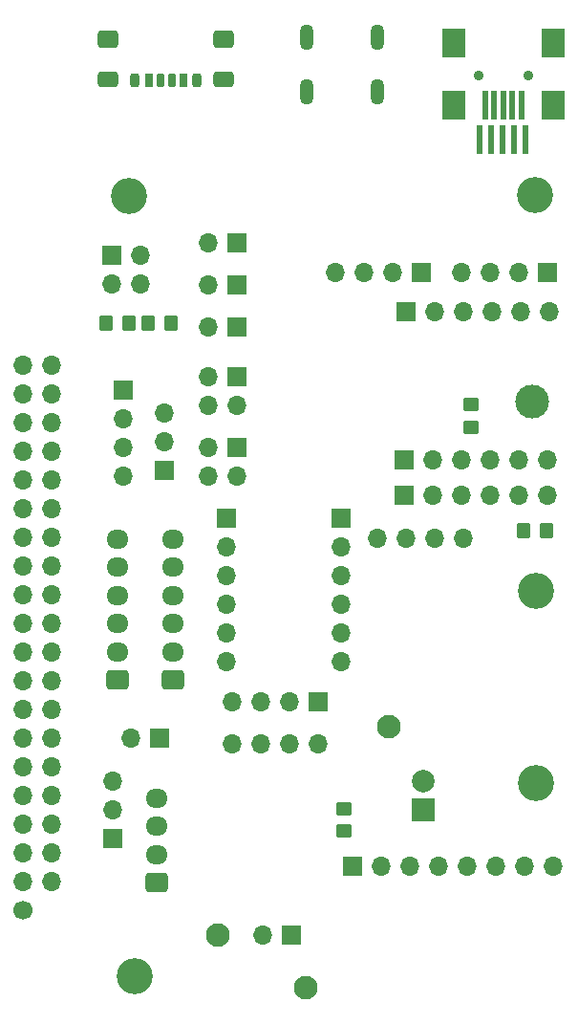
<source format=gbr>
%TF.GenerationSoftware,KiCad,Pcbnew,8.0.2*%
%TF.CreationDate,2024-07-21T18:01:21+02:00*%
%TF.ProjectId,CzlapCzlapTOP,437a6c61-7043-47a6-9c61-70544f502e6b,rev?*%
%TF.SameCoordinates,Original*%
%TF.FileFunction,Soldermask,Top*%
%TF.FilePolarity,Negative*%
%FSLAX46Y46*%
G04 Gerber Fmt 4.6, Leading zero omitted, Abs format (unit mm)*
G04 Created by KiCad (PCBNEW 8.0.2) date 2024-07-21 18:01:21*
%MOMM*%
%LPD*%
G01*
G04 APERTURE LIST*
G04 Aperture macros list*
%AMRoundRect*
0 Rectangle with rounded corners*
0 $1 Rounding radius*
0 $2 $3 $4 $5 $6 $7 $8 $9 X,Y pos of 4 corners*
0 Add a 4 corners polygon primitive as box body*
4,1,4,$2,$3,$4,$5,$6,$7,$8,$9,$2,$3,0*
0 Add four circle primitives for the rounded corners*
1,1,$1+$1,$2,$3*
1,1,$1+$1,$4,$5*
1,1,$1+$1,$6,$7*
1,1,$1+$1,$8,$9*
0 Add four rect primitives between the rounded corners*
20,1,$1+$1,$2,$3,$4,$5,0*
20,1,$1+$1,$4,$5,$6,$7,0*
20,1,$1+$1,$6,$7,$8,$9,0*
20,1,$1+$1,$8,$9,$2,$3,0*%
G04 Aperture macros list end*
%ADD10R,1.700000X1.700000*%
%ADD11O,1.700000X1.700000*%
%ADD12C,3.200000*%
%ADD13RoundRect,0.250000X0.725000X-0.600000X0.725000X0.600000X-0.725000X0.600000X-0.725000X-0.600000X0*%
%ADD14O,1.950000X1.700000*%
%ADD15C,3.000000*%
%ADD16RoundRect,0.250000X0.450000X-0.350000X0.450000X0.350000X-0.450000X0.350000X-0.450000X-0.350000X0*%
%ADD17RoundRect,0.175000X0.175000X0.425000X-0.175000X0.425000X-0.175000X-0.425000X0.175000X-0.425000X0*%
%ADD18RoundRect,0.190000X-0.190000X-0.410000X0.190000X-0.410000X0.190000X0.410000X-0.190000X0.410000X0*%
%ADD19RoundRect,0.200000X-0.200000X-0.400000X0.200000X-0.400000X0.200000X0.400000X-0.200000X0.400000X0*%
%ADD20RoundRect,0.175000X-0.175000X-0.425000X0.175000X-0.425000X0.175000X0.425000X-0.175000X0.425000X0*%
%ADD21RoundRect,0.190000X0.190000X0.410000X-0.190000X0.410000X-0.190000X-0.410000X0.190000X-0.410000X0*%
%ADD22RoundRect,0.200000X0.200000X0.400000X-0.200000X0.400000X-0.200000X-0.400000X0.200000X-0.400000X0*%
%ADD23RoundRect,0.250000X0.650000X0.425000X-0.650000X0.425000X-0.650000X-0.425000X0.650000X-0.425000X0*%
%ADD24RoundRect,0.250000X0.650000X0.500000X-0.650000X0.500000X-0.650000X-0.500000X0.650000X-0.500000X0*%
%ADD25RoundRect,0.250000X0.350000X0.450000X-0.350000X0.450000X-0.350000X-0.450000X0.350000X-0.450000X0*%
%ADD26R,2.000000X2.000000*%
%ADD27C,2.000000*%
%ADD28O,1.254000X2.304000*%
%ADD29C,2.100000*%
%ADD30C,1.700000*%
%ADD31RoundRect,0.250000X-0.350000X-0.450000X0.350000X-0.450000X0.350000X0.450000X-0.350000X0.450000X0*%
%ADD32R,0.500000X2.500000*%
%ADD33C,0.900000*%
%ADD34R,2.000000X2.500000*%
G04 APERTURE END LIST*
D10*
%TO.C,U3*%
X122569600Y-56866000D03*
D11*
X125109600Y-56866000D03*
X127649600Y-56866000D03*
X130189600Y-56866000D03*
X132729600Y-56866000D03*
X135269600Y-56866000D03*
X135407400Y-43713400D03*
X132867400Y-43713400D03*
X130327400Y-43713400D03*
X127787400Y-43713400D03*
X125247400Y-43713400D03*
D10*
X122707400Y-43713400D03*
%TD*%
D12*
%TO.C,REF\u002A\u002A*%
X134213600Y-68478400D03*
%TD*%
%TO.C,REF\u002A\u002A*%
X98679000Y-102616000D03*
%TD*%
%TO.C,REF\u002A\u002A*%
X134264400Y-85445600D03*
%TD*%
%TO.C,REF\u002A\u002A*%
X98171000Y-33477200D03*
%TD*%
%TO.C,REF\u002A\u002A*%
X134112000Y-33451800D03*
%TD*%
D10*
%TO.C,RST1*%
X96697800Y-90424000D03*
D11*
X96697800Y-87884000D03*
X96697800Y-85344000D03*
%TD*%
D13*
%TO.C,J9*%
X102011200Y-76352400D03*
D14*
X102011200Y-73852400D03*
X102011200Y-71352400D03*
X102011200Y-68852400D03*
X102011200Y-66352400D03*
X102011200Y-63852400D03*
%TD*%
D10*
%TO.C,5V_3*%
X107756800Y-45086800D03*
D11*
X105216800Y-45086800D03*
%TD*%
D10*
%TO.C,U7*%
X106756200Y-61990600D03*
D11*
X106756200Y-64530600D03*
X106756200Y-67070600D03*
X106756200Y-69610600D03*
X106756200Y-72150600D03*
X106756200Y-74690600D03*
X116916200Y-74690600D03*
X116916200Y-72150600D03*
X116916200Y-69610600D03*
X116916200Y-67070600D03*
X116916200Y-64530600D03*
D10*
X116916200Y-61990600D03*
%TD*%
%TO.C,J14*%
X114909600Y-78282800D03*
D11*
X112369600Y-78282800D03*
X109829600Y-78282800D03*
X107289600Y-78282800D03*
%TD*%
D15*
%TO.C,REF\u002A\u002A*%
X133858000Y-51739800D03*
%TD*%
D16*
%TO.C,R5*%
X117195600Y-89747600D03*
X117195600Y-87747600D03*
%TD*%
D17*
%TO.C,J4*%
X101941800Y-23243800D03*
D18*
X99921800Y-23243800D03*
D19*
X98691800Y-23243800D03*
D20*
X100941800Y-23243800D03*
D21*
X102961800Y-23243800D03*
D22*
X104191800Y-23243800D03*
D23*
X106566800Y-23188800D03*
D24*
X106566800Y-19608800D03*
D23*
X96316800Y-23188800D03*
D24*
X96316800Y-19608800D03*
%TD*%
D10*
%TO.C,5V_2*%
X107751800Y-41351200D03*
D11*
X105211800Y-41351200D03*
%TD*%
D25*
%TO.C,R2*%
X98129600Y-44780200D03*
X96129600Y-44780200D03*
%TD*%
D10*
%TO.C,J5*%
X96672400Y-38760400D03*
D11*
X99212400Y-38760400D03*
X96672400Y-41300400D03*
X99212400Y-41300400D03*
%TD*%
D26*
%TO.C,J3*%
X124206000Y-87833200D03*
D27*
X124206000Y-85293200D03*
%TD*%
D28*
%TO.C,J22*%
X113943200Y-19405600D03*
X113943200Y-24305600D03*
X120143200Y-24305600D03*
X120143200Y-19405600D03*
%TD*%
D29*
%TO.C,J15*%
X106053000Y-98959200D03*
X113853000Y-103609200D03*
D11*
X114933000Y-81979200D03*
X112393000Y-81979200D03*
X109853000Y-81979200D03*
X107313000Y-81979200D03*
%TD*%
D29*
%TO.C,U2*%
X121152000Y-80481300D03*
D11*
X127787400Y-63778500D03*
X125247400Y-63778500D03*
X122707400Y-63778500D03*
X120167400Y-63778500D03*
%TD*%
D10*
%TO.C,5V_1*%
X107751800Y-37639200D03*
D11*
X105211800Y-37639200D03*
%TD*%
D10*
%TO.C,3V3_1*%
X100888800Y-81534000D03*
D11*
X98348800Y-81534000D03*
%TD*%
D10*
%TO.C,J23*%
X117932200Y-92811600D03*
D11*
X120472200Y-92811600D03*
X123012200Y-92811600D03*
X125552200Y-92811600D03*
X128092200Y-92811600D03*
X130632200Y-92811600D03*
X133172200Y-92811600D03*
X135712200Y-92811600D03*
%TD*%
D25*
%TO.C,R3*%
X135128000Y-63169800D03*
X133128000Y-63169800D03*
%TD*%
D10*
%TO.C,RST2*%
X101295200Y-57759600D03*
D11*
X101295200Y-55219600D03*
X101295200Y-52679600D03*
%TD*%
D30*
%TO.C,U1*%
X88798400Y-96723200D03*
D11*
X88798400Y-94183200D03*
X91338400Y-94183200D03*
X88798400Y-91643200D03*
X91338400Y-91643200D03*
X88798400Y-89103200D03*
X91338400Y-89103200D03*
X88798400Y-86563200D03*
X91338400Y-86563200D03*
X88798400Y-84023200D03*
X91338400Y-84023200D03*
X88798400Y-81483200D03*
X91338400Y-81483200D03*
X88798400Y-78943200D03*
X91338400Y-78943200D03*
X88798400Y-76403200D03*
X91338400Y-76403200D03*
X88798400Y-73863200D03*
X91338400Y-73863200D03*
X88798400Y-71323200D03*
X91338400Y-71323200D03*
X88798400Y-68783200D03*
X91338400Y-68783200D03*
X88798400Y-66243200D03*
X91338400Y-66243200D03*
X88798400Y-63703200D03*
X91338400Y-63703200D03*
X88798400Y-61163200D03*
X91338400Y-61163200D03*
X88798400Y-58623200D03*
X91338400Y-58623200D03*
X88798400Y-56083200D03*
X91338400Y-56083200D03*
X88798400Y-53543200D03*
X91338400Y-53543200D03*
X88798400Y-51003200D03*
X91338400Y-51003200D03*
X88798400Y-48463200D03*
X91338400Y-48463200D03*
%TD*%
D10*
%TO.C,J18*%
X124053600Y-40233600D03*
D11*
X121513600Y-40233600D03*
X118973600Y-40233600D03*
X116433600Y-40233600D03*
%TD*%
D10*
%TO.C,J19*%
X107696000Y-55727600D03*
D11*
X107696000Y-58267600D03*
X105156000Y-55727600D03*
X105156000Y-58267600D03*
%TD*%
D31*
%TO.C,R1*%
X99888800Y-44780200D03*
X101888800Y-44780200D03*
%TD*%
D10*
%TO.C,J20*%
X107746800Y-49479200D03*
D11*
X107746800Y-52019200D03*
X105206800Y-49479200D03*
X105206800Y-52019200D03*
%TD*%
D10*
%TO.C,J17*%
X135280400Y-40233600D03*
D11*
X132740400Y-40233600D03*
X130200400Y-40233600D03*
X127660400Y-40233600D03*
%TD*%
D32*
%TO.C,J2*%
X129273200Y-28471400D03*
X130289200Y-28473400D03*
X131305200Y-28471400D03*
X132321200Y-28473400D03*
X133337200Y-28471400D03*
%TD*%
D13*
%TO.C,J10*%
X97180400Y-76363200D03*
D14*
X97180400Y-73863200D03*
X97180400Y-71363200D03*
X97180400Y-68863200D03*
X97180400Y-66363200D03*
X97180400Y-63863200D03*
%TD*%
D10*
%TO.C,GPIO_1*%
X97663000Y-50698400D03*
D11*
X97663000Y-53238400D03*
X97663000Y-55778400D03*
X97663000Y-58318400D03*
%TD*%
D16*
%TO.C,R4*%
X128473200Y-53984400D03*
X128473200Y-51984400D03*
%TD*%
D33*
%TO.C,J1*%
X133518000Y-22818200D03*
X129118000Y-22818200D03*
D32*
X132918000Y-25418200D03*
X132118000Y-25418200D03*
X131318000Y-25418200D03*
X130518000Y-25418200D03*
X129718000Y-25418200D03*
D34*
X135718000Y-25418200D03*
X135718000Y-19918200D03*
X126918000Y-25418200D03*
X126918000Y-19918200D03*
%TD*%
D13*
%TO.C,J16*%
X100639600Y-94326400D03*
D14*
X100639600Y-91826400D03*
X100639600Y-89326400D03*
X100639600Y-86826400D03*
%TD*%
D10*
%TO.C,J12*%
X122529600Y-59994800D03*
D11*
X125069600Y-59994800D03*
X127609600Y-59994800D03*
X130149600Y-59994800D03*
X132689600Y-59994800D03*
X135229600Y-59994800D03*
%TD*%
D10*
%TO.C,M1*%
X112522000Y-98907600D03*
D11*
X109982000Y-98907600D03*
%TD*%
M02*

</source>
